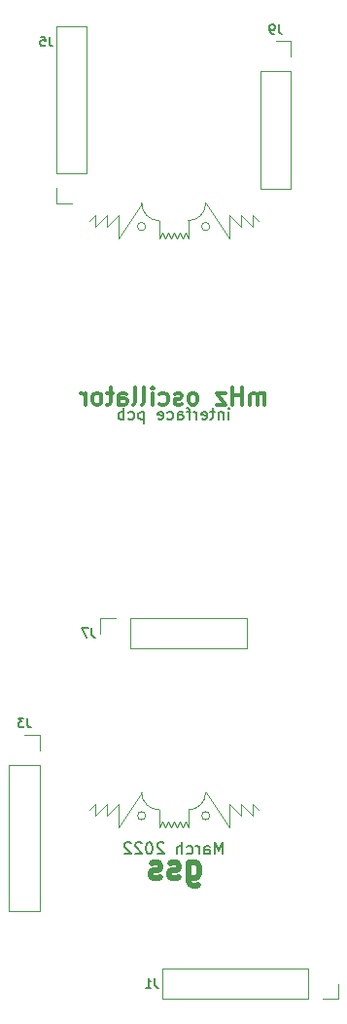
<source format=gbr>
%TF.GenerationSoftware,KiCad,Pcbnew,6.0.4-6f826c9f35~116~ubuntu21.10.1*%
%TF.CreationDate,2022-06-29T09:00:01+02:00*%
%TF.ProjectId,mHz_oscillator,6d487a5f-6f73-4636-996c-6c61746f722e,rev?*%
%TF.SameCoordinates,Original*%
%TF.FileFunction,Legend,Bot*%
%TF.FilePolarity,Positive*%
%FSLAX46Y46*%
G04 Gerber Fmt 4.6, Leading zero omitted, Abs format (unit mm)*
G04 Created by KiCad (PCBNEW 6.0.4-6f826c9f35~116~ubuntu21.10.1) date 2022-06-29 09:00:01*
%MOMM*%
%LPD*%
G01*
G04 APERTURE LIST*
%ADD10C,0.500000*%
%ADD11C,0.150000*%
%ADD12C,0.375000*%
%ADD13C,0.120000*%
G04 APERTURE END LIST*
D10*
X7032476Y2270071D02*
X7032476Y651023D01*
X7127714Y460547D01*
X7222952Y365309D01*
X7413428Y270071D01*
X7699142Y270071D01*
X7889619Y365309D01*
X7032476Y1031976D02*
X7222952Y936738D01*
X7603904Y936738D01*
X7794380Y1031976D01*
X7889619Y1127214D01*
X7984857Y1317690D01*
X7984857Y1889119D01*
X7889619Y2079595D01*
X7794380Y2174833D01*
X7603904Y2270071D01*
X7222952Y2270071D01*
X7032476Y2174833D01*
X6175333Y1031976D02*
X5984857Y936738D01*
X5603904Y936738D01*
X5413428Y1031976D01*
X5318190Y1222452D01*
X5318190Y1317690D01*
X5413428Y1508166D01*
X5603904Y1603404D01*
X5889619Y1603404D01*
X6080095Y1698642D01*
X6175333Y1889119D01*
X6175333Y1984357D01*
X6080095Y2174833D01*
X5889619Y2270071D01*
X5603904Y2270071D01*
X5413428Y2174833D01*
X4556285Y1031976D02*
X4365809Y936738D01*
X3984857Y936738D01*
X3794380Y1031976D01*
X3699142Y1222452D01*
X3699142Y1317690D01*
X3794380Y1508166D01*
X3984857Y1603404D01*
X4270571Y1603404D01*
X4461047Y1698642D01*
X4556285Y1889119D01*
X4556285Y1984357D01*
X4461047Y2174833D01*
X4270571Y2270071D01*
X3984857Y2270071D01*
X3794380Y2174833D01*
D11*
X9976904Y3040119D02*
X9976904Y4040119D01*
X9643571Y3325833D01*
X9310238Y4040119D01*
X9310238Y3040119D01*
X8405476Y3040119D02*
X8405476Y3563928D01*
X8453095Y3659166D01*
X8548333Y3706785D01*
X8738809Y3706785D01*
X8834047Y3659166D01*
X8405476Y3087738D02*
X8500714Y3040119D01*
X8738809Y3040119D01*
X8834047Y3087738D01*
X8881666Y3182976D01*
X8881666Y3278214D01*
X8834047Y3373452D01*
X8738809Y3421071D01*
X8500714Y3421071D01*
X8405476Y3468690D01*
X7929285Y3040119D02*
X7929285Y3706785D01*
X7929285Y3516309D02*
X7881666Y3611547D01*
X7834047Y3659166D01*
X7738809Y3706785D01*
X7643571Y3706785D01*
X6881666Y3087738D02*
X6976904Y3040119D01*
X7167380Y3040119D01*
X7262619Y3087738D01*
X7310238Y3135357D01*
X7357857Y3230595D01*
X7357857Y3516309D01*
X7310238Y3611547D01*
X7262619Y3659166D01*
X7167380Y3706785D01*
X6976904Y3706785D01*
X6881666Y3659166D01*
X6453095Y3040119D02*
X6453095Y4040119D01*
X6024523Y3040119D02*
X6024523Y3563928D01*
X6072142Y3659166D01*
X6167380Y3706785D01*
X6310238Y3706785D01*
X6405476Y3659166D01*
X6453095Y3611547D01*
X4834047Y3944880D02*
X4786428Y3992500D01*
X4691190Y4040119D01*
X4453095Y4040119D01*
X4357857Y3992500D01*
X4310238Y3944880D01*
X4262619Y3849642D01*
X4262619Y3754404D01*
X4310238Y3611547D01*
X4881666Y3040119D01*
X4262619Y3040119D01*
X3643571Y4040119D02*
X3548333Y4040119D01*
X3453095Y3992500D01*
X3405476Y3944880D01*
X3357857Y3849642D01*
X3310238Y3659166D01*
X3310238Y3421071D01*
X3357857Y3230595D01*
X3405476Y3135357D01*
X3453095Y3087738D01*
X3548333Y3040119D01*
X3643571Y3040119D01*
X3738809Y3087738D01*
X3786428Y3135357D01*
X3834047Y3230595D01*
X3881666Y3421071D01*
X3881666Y3659166D01*
X3834047Y3849642D01*
X3786428Y3944880D01*
X3738809Y3992500D01*
X3643571Y4040119D01*
X2929285Y3944880D02*
X2881666Y3992500D01*
X2786428Y4040119D01*
X2548333Y4040119D01*
X2453095Y3992500D01*
X2405476Y3944880D01*
X2357857Y3849642D01*
X2357857Y3754404D01*
X2405476Y3611547D01*
X2976904Y3040119D01*
X2357857Y3040119D01*
X1976904Y3944880D02*
X1929285Y3992500D01*
X1834047Y4040119D01*
X1595952Y4040119D01*
X1500714Y3992500D01*
X1453095Y3944880D01*
X1405476Y3849642D01*
X1405476Y3754404D01*
X1453095Y3611547D01*
X2024523Y3040119D01*
X1405476Y3040119D01*
D12*
X13643571Y42120428D02*
X13643571Y43120428D01*
X13643571Y42977571D02*
X13572142Y43049000D01*
X13429285Y43120428D01*
X13214999Y43120428D01*
X13072142Y43049000D01*
X13000714Y42906142D01*
X13000714Y42120428D01*
X13000714Y42906142D02*
X12929285Y43049000D01*
X12786428Y43120428D01*
X12572142Y43120428D01*
X12429285Y43049000D01*
X12357857Y42906142D01*
X12357857Y42120428D01*
X11643571Y42120428D02*
X11643571Y43620428D01*
X11643571Y42906142D02*
X10786428Y42906142D01*
X10786428Y42120428D02*
X10786428Y43620428D01*
X10214999Y43120428D02*
X9429285Y43120428D01*
X10214999Y42120428D01*
X9429285Y42120428D01*
X7500714Y42120428D02*
X7643571Y42191857D01*
X7714999Y42263285D01*
X7786428Y42406142D01*
X7786428Y42834714D01*
X7714999Y42977571D01*
X7643571Y43049000D01*
X7500714Y43120428D01*
X7286428Y43120428D01*
X7143571Y43049000D01*
X7072142Y42977571D01*
X7000714Y42834714D01*
X7000714Y42406142D01*
X7072142Y42263285D01*
X7143571Y42191857D01*
X7286428Y42120428D01*
X7500714Y42120428D01*
X6429285Y42191857D02*
X6286428Y42120428D01*
X6000714Y42120428D01*
X5857857Y42191857D01*
X5786428Y42334714D01*
X5786428Y42406142D01*
X5857857Y42549000D01*
X6000714Y42620428D01*
X6214999Y42620428D01*
X6357857Y42691857D01*
X6429285Y42834714D01*
X6429285Y42906142D01*
X6357857Y43049000D01*
X6214999Y43120428D01*
X6000714Y43120428D01*
X5857857Y43049000D01*
X4500714Y42191857D02*
X4643571Y42120428D01*
X4929285Y42120428D01*
X5072142Y42191857D01*
X5143571Y42263285D01*
X5214999Y42406142D01*
X5214999Y42834714D01*
X5143571Y42977571D01*
X5072142Y43049000D01*
X4929285Y43120428D01*
X4643571Y43120428D01*
X4500714Y43049000D01*
X3857857Y42120428D02*
X3857857Y43120428D01*
X3857857Y43620428D02*
X3929285Y43549000D01*
X3857857Y43477571D01*
X3786428Y43549000D01*
X3857857Y43620428D01*
X3857857Y43477571D01*
X2929285Y42120428D02*
X3072142Y42191857D01*
X3143571Y42334714D01*
X3143571Y43620428D01*
X2143571Y42120428D02*
X2286428Y42191857D01*
X2357857Y42334714D01*
X2357857Y43620428D01*
X929285Y42120428D02*
X929285Y42906142D01*
X1000714Y43049000D01*
X1143571Y43120428D01*
X1429285Y43120428D01*
X1572142Y43049000D01*
X929285Y42191857D02*
X1072142Y42120428D01*
X1429285Y42120428D01*
X1572142Y42191857D01*
X1643571Y42334714D01*
X1643571Y42477571D01*
X1572142Y42620428D01*
X1429285Y42691857D01*
X1072142Y42691857D01*
X929285Y42763285D01*
X429285Y43120428D02*
X-142142Y43120428D01*
X214999Y43620428D02*
X214999Y42334714D01*
X143571Y42191857D01*
X714Y42120428D01*
X-142142Y42120428D01*
X-856428Y42120428D02*
X-713571Y42191857D01*
X-642142Y42263285D01*
X-570714Y42406142D01*
X-570714Y42834714D01*
X-642142Y42977571D01*
X-713571Y43049000D01*
X-856428Y43120428D01*
X-1070714Y43120428D01*
X-1213571Y43049000D01*
X-1285000Y42977571D01*
X-1356428Y42834714D01*
X-1356428Y42406142D01*
X-1285000Y42263285D01*
X-1213571Y42191857D01*
X-1070714Y42120428D01*
X-856428Y42120428D01*
X-1999285Y42120428D02*
X-1999285Y43120428D01*
X-1999285Y42834714D02*
X-2070714Y42977571D01*
X-2142142Y43049000D01*
X-2285000Y43120428D01*
X-2427857Y43120428D01*
D11*
X10500714Y40822619D02*
X10500714Y41489285D01*
X10500714Y41822619D02*
X10548333Y41775000D01*
X10500714Y41727380D01*
X10453095Y41775000D01*
X10500714Y41822619D01*
X10500714Y41727380D01*
X10024523Y41489285D02*
X10024523Y40822619D01*
X10024523Y41394047D02*
X9976904Y41441666D01*
X9881666Y41489285D01*
X9738809Y41489285D01*
X9643571Y41441666D01*
X9595952Y41346428D01*
X9595952Y40822619D01*
X9262619Y41489285D02*
X8881666Y41489285D01*
X9119761Y41822619D02*
X9119761Y40965476D01*
X9072142Y40870238D01*
X8976904Y40822619D01*
X8881666Y40822619D01*
X8167380Y40870238D02*
X8262619Y40822619D01*
X8453095Y40822619D01*
X8548333Y40870238D01*
X8595952Y40965476D01*
X8595952Y41346428D01*
X8548333Y41441666D01*
X8453095Y41489285D01*
X8262619Y41489285D01*
X8167380Y41441666D01*
X8119761Y41346428D01*
X8119761Y41251190D01*
X8595952Y41155952D01*
X7691190Y40822619D02*
X7691190Y41489285D01*
X7691190Y41298809D02*
X7643571Y41394047D01*
X7595952Y41441666D01*
X7500714Y41489285D01*
X7405476Y41489285D01*
X7215000Y41489285D02*
X6834047Y41489285D01*
X7072142Y40822619D02*
X7072142Y41679761D01*
X7024523Y41775000D01*
X6929285Y41822619D01*
X6834047Y41822619D01*
X6072142Y40822619D02*
X6072142Y41346428D01*
X6119761Y41441666D01*
X6215000Y41489285D01*
X6405476Y41489285D01*
X6500714Y41441666D01*
X6072142Y40870238D02*
X6167380Y40822619D01*
X6405476Y40822619D01*
X6500714Y40870238D01*
X6548333Y40965476D01*
X6548333Y41060714D01*
X6500714Y41155952D01*
X6405476Y41203571D01*
X6167380Y41203571D01*
X6072142Y41251190D01*
X5167380Y40870238D02*
X5262619Y40822619D01*
X5453095Y40822619D01*
X5548333Y40870238D01*
X5595952Y40917857D01*
X5643571Y41013095D01*
X5643571Y41298809D01*
X5595952Y41394047D01*
X5548333Y41441666D01*
X5453095Y41489285D01*
X5262619Y41489285D01*
X5167380Y41441666D01*
X4357857Y40870238D02*
X4453095Y40822619D01*
X4643571Y40822619D01*
X4738809Y40870238D01*
X4786428Y40965476D01*
X4786428Y41346428D01*
X4738809Y41441666D01*
X4643571Y41489285D01*
X4453095Y41489285D01*
X4357857Y41441666D01*
X4310238Y41346428D01*
X4310238Y41251190D01*
X4786428Y41155952D01*
X3119761Y41489285D02*
X3119761Y40489285D01*
X3119761Y41441666D02*
X3024523Y41489285D01*
X2834047Y41489285D01*
X2738809Y41441666D01*
X2691190Y41394047D01*
X2643571Y41298809D01*
X2643571Y41013095D01*
X2691190Y40917857D01*
X2738809Y40870238D01*
X2834047Y40822619D01*
X3024523Y40822619D01*
X3119761Y40870238D01*
X1786428Y40870238D02*
X1881666Y40822619D01*
X2072142Y40822619D01*
X2167380Y40870238D01*
X2214999Y40917857D01*
X2262619Y41013095D01*
X2262619Y41298809D01*
X2214999Y41394047D01*
X2167380Y41441666D01*
X2072142Y41489285D01*
X1881666Y41489285D01*
X1786428Y41441666D01*
X1357857Y40822619D02*
X1357857Y41822619D01*
X1357857Y41441666D02*
X1262619Y41489285D01*
X1072142Y41489285D01*
X976904Y41441666D01*
X929285Y41394047D01*
X881666Y41298809D01*
X881666Y41013095D01*
X929285Y40917857D01*
X976904Y40870238D01*
X1072142Y40822619D01*
X1262619Y40822619D01*
X1357857Y40870238D01*
%TO.C,J7*%
X-1423333Y22663095D02*
X-1423333Y22091666D01*
X-1385238Y21977380D01*
X-1309047Y21901190D01*
X-1194761Y21863095D01*
X-1118571Y21863095D01*
X-1728095Y22663095D02*
X-2261428Y22663095D01*
X-1918571Y21863095D01*
%TO.C,J5*%
X-5130833Y74098095D02*
X-5130833Y73526666D01*
X-5092738Y73412380D01*
X-5016547Y73336190D01*
X-4902261Y73298095D01*
X-4826071Y73298095D01*
X-5892738Y74098095D02*
X-5511785Y74098095D01*
X-5473690Y73717142D01*
X-5511785Y73755238D01*
X-5587976Y73793333D01*
X-5778452Y73793333D01*
X-5854642Y73755238D01*
X-5892738Y73717142D01*
X-5930833Y73640952D01*
X-5930833Y73450476D01*
X-5892738Y73374285D01*
X-5854642Y73336190D01*
X-5778452Y73298095D01*
X-5587976Y73298095D01*
X-5511785Y73336190D01*
X-5473690Y73374285D01*
%TO.C,J1*%
X4076666Y-7816904D02*
X4076666Y-8388333D01*
X4114761Y-8502619D01*
X4190952Y-8578809D01*
X4305238Y-8616904D01*
X4381428Y-8616904D01*
X3276666Y-8616904D02*
X3733809Y-8616904D01*
X3505238Y-8616904D02*
X3505238Y-7816904D01*
X3581428Y-7931190D01*
X3657619Y-8007380D01*
X3733809Y-8045476D01*
%TO.C,J3*%
X-7035833Y14833095D02*
X-7035833Y14261666D01*
X-6997738Y14147380D01*
X-6921547Y14071190D01*
X-6807261Y14033095D01*
X-6731071Y14033095D01*
X-7340595Y14833095D02*
X-7835833Y14833095D01*
X-7569166Y14528333D01*
X-7683452Y14528333D01*
X-7759642Y14490238D01*
X-7797738Y14452142D01*
X-7835833Y14375952D01*
X-7835833Y14185476D01*
X-7797738Y14109285D01*
X-7759642Y14071190D01*
X-7683452Y14033095D01*
X-7454880Y14033095D01*
X-7378690Y14071190D01*
X-7340595Y14109285D01*
%TO.C,J9*%
X14871666Y75158095D02*
X14871666Y74586666D01*
X14909761Y74472380D01*
X14985952Y74396190D01*
X15100238Y74358095D01*
X15176428Y74358095D01*
X14452619Y74358095D02*
X14300238Y74358095D01*
X14224047Y74396190D01*
X14185952Y74434285D01*
X14109761Y74548571D01*
X14071666Y74700952D01*
X14071666Y75005714D01*
X14109761Y75081904D01*
X14147857Y75120000D01*
X14224047Y75158095D01*
X14376428Y75158095D01*
X14452619Y75120000D01*
X14490714Y75081904D01*
X14528809Y75005714D01*
X14528809Y74815238D01*
X14490714Y74739047D01*
X14452619Y74700952D01*
X14376428Y74662857D01*
X14224047Y74662857D01*
X14147857Y74700952D01*
X14109761Y74739047D01*
X14071666Y74815238D01*
D13*
%TO.C,J7*%
X1910000Y23555000D02*
X1910000Y20895000D01*
X1910000Y23555000D02*
X12130000Y23555000D01*
X640000Y23555000D02*
X-690000Y23555000D01*
X12130000Y23555000D02*
X12130000Y20895000D01*
X1910000Y20895000D02*
X12130000Y20895000D01*
X-690000Y23555000D02*
X-690000Y22225000D01*
%TO.C,J5*%
X-4505000Y60960000D02*
X-4505000Y59630000D01*
X-4505000Y74990000D02*
X-1845000Y74990000D01*
X-4505000Y62230000D02*
X-4505000Y74990000D01*
X-4505000Y62230000D02*
X-1845000Y62230000D01*
X-1845000Y62230000D02*
X-1845000Y74990000D01*
X-4505000Y59630000D02*
X-3175000Y59630000D01*
%TO.C,   *%
X-1143000Y6350000D02*
X-127000Y7366000D01*
X4953000Y5334000D02*
X4699000Y5842000D01*
X5715000Y5842000D02*
X5461000Y5334000D01*
X6985000Y6858000D02*
X6985000Y5334000D01*
X11557000Y6350000D02*
X10541000Y7366000D01*
X5207000Y5842000D02*
X4953000Y5334000D01*
X10541000Y7366000D02*
X10541000Y5334000D01*
X-127000Y6858000D02*
X-127000Y6350000D01*
X5969000Y5334000D02*
X5715000Y5842000D01*
X-1651000Y6858000D02*
X-1143000Y7366000D01*
X6477000Y5334000D02*
X6223000Y5842000D01*
X6731000Y5842000D02*
X6477000Y5334000D01*
X4445000Y5334000D02*
X4445000Y6858000D01*
X10541000Y5334000D02*
X8509000Y8382000D01*
X11557000Y7366000D02*
X11557000Y6858000D01*
X-1143000Y7366000D02*
X-1143000Y6350000D01*
X889000Y7366000D02*
X889000Y5334000D01*
X13081000Y6858000D02*
X12573000Y7366000D01*
X11557000Y6858000D02*
X11557000Y6350000D01*
X6985000Y5334000D02*
X6731000Y5842000D01*
X-127000Y7366000D02*
X-127000Y6858000D01*
X4699000Y5842000D02*
X4445000Y5334000D01*
X12573000Y6350000D02*
X11557000Y7366000D01*
X5461000Y5334000D02*
X5207000Y5842000D01*
X12573000Y7366000D02*
X12573000Y6350000D01*
X889000Y5334000D02*
X2921000Y8382000D01*
X-127000Y6350000D02*
X889000Y7366000D01*
X6223000Y5842000D02*
X5969000Y5334000D01*
X2921000Y8382000D02*
G75*
G03*
X4445000Y6858000I1524000J0D01*
G01*
X6985000Y6858000D02*
G75*
G03*
X8509000Y8382000I1J1523999D01*
G01*
X3280210Y6350000D02*
G75*
G03*
X3280210Y6350000I-359210J0D01*
G01*
X8868210Y6350000D02*
G75*
G03*
X8868210Y6350000I-359210J0D01*
G01*
%TO.C,J1*%
X17462500Y-9585000D02*
X4702500Y-9585000D01*
X17462500Y-9585000D02*
X17462500Y-6925000D01*
X17462500Y-6925000D02*
X4702500Y-6925000D01*
X4702500Y-9585000D02*
X4702500Y-6925000D01*
X20062500Y-9585000D02*
X20062500Y-8255000D01*
X18732500Y-9585000D02*
X20062500Y-9585000D01*
%TO.C,J3*%
X-5972500Y-1965000D02*
X-8632500Y-1965000D01*
X-5972500Y13395000D02*
X-7302500Y13395000D01*
X-8632500Y10795000D02*
X-8632500Y-1965000D01*
X-5972500Y10795000D02*
X-5972500Y-1965000D01*
X-5972500Y10795000D02*
X-8632500Y10795000D01*
X-5972500Y12065000D02*
X-5972500Y13395000D01*
%TO.C,   *%
X-1651000Y58102500D02*
X-1143000Y58610500D01*
X889000Y56578500D02*
X2921000Y59626500D01*
X12573000Y58610500D02*
X12573000Y57594500D01*
X-127000Y58610500D02*
X-127000Y58102500D01*
X5715000Y57086500D02*
X5461000Y56578500D01*
X-1143000Y58610500D02*
X-1143000Y57594500D01*
X6223000Y57086500D02*
X5969000Y56578500D01*
X6477000Y56578500D02*
X6223000Y57086500D01*
X13081000Y58102500D02*
X12573000Y58610500D01*
X12573000Y57594500D02*
X11557000Y58610500D01*
X4699000Y57086500D02*
X4445000Y56578500D01*
X5207000Y57086500D02*
X4953000Y56578500D01*
X889000Y58610500D02*
X889000Y56578500D01*
X5461000Y56578500D02*
X5207000Y57086500D01*
X11557000Y57594500D02*
X10541000Y58610500D01*
X4953000Y56578500D02*
X4699000Y57086500D01*
X11557000Y58610500D02*
X11557000Y58102500D01*
X-127000Y57594500D02*
X889000Y58610500D01*
X11557000Y58102500D02*
X11557000Y57594500D01*
X6985000Y58102500D02*
X6985000Y56578500D01*
X-1143000Y57594500D02*
X-127000Y58610500D01*
X4445000Y56578500D02*
X4445000Y58102500D01*
X5969000Y56578500D02*
X5715000Y57086500D01*
X-127000Y58102500D02*
X-127000Y57594500D01*
X6985000Y56578500D02*
X6731000Y57086500D01*
X10541000Y56578500D02*
X8509000Y59626500D01*
X6731000Y57086500D02*
X6477000Y56578500D01*
X10541000Y58610500D02*
X10541000Y56578500D01*
X2921000Y59626500D02*
G75*
G03*
X4445000Y58102500I1524000J0D01*
G01*
X6985000Y58102500D02*
G75*
G03*
X8509000Y59626500I1J1523999D01*
G01*
X3280210Y57594500D02*
G75*
G03*
X3280210Y57594500I-359210J0D01*
G01*
X8868210Y57594500D02*
G75*
G03*
X8868210Y57594500I-359210J0D01*
G01*
%TO.C,J9*%
X15935000Y71120000D02*
X15935000Y60900000D01*
X15935000Y73720000D02*
X14605000Y73720000D01*
X13275000Y71120000D02*
X13275000Y60900000D01*
X15935000Y60900000D02*
X13275000Y60900000D01*
X15935000Y71120000D02*
X13275000Y71120000D01*
X15935000Y72390000D02*
X15935000Y73720000D01*
%TD*%
M02*

</source>
